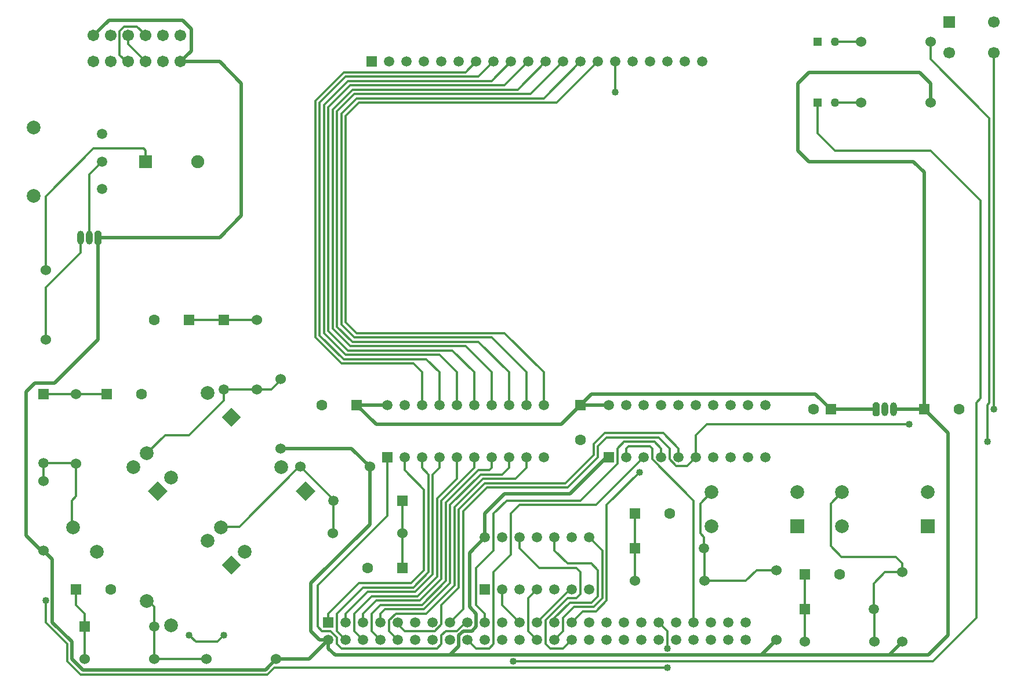
<source format=gbr>
G04 DipTrace 2.4.0.2*
%INTop.gbr*%
%MOIN*%
%ADD13C,0.02*%
%ADD14C,0.013*%
%ADD18C,0.063*%
%ADD19R,0.063X0.063*%
%ADD20R,0.0591X0.0591*%
%ADD21C,0.0591*%
%ADD22C,0.05*%
%ADD23R,0.05X0.05*%
%ADD25R,0.0748X0.0748*%
%ADD26C,0.0748*%
%ADD27O,0.0394X0.0787*%
%ADD28C,0.06*%
%ADD29C,0.06*%
%ADD30C,0.0787*%
%ADD31R,0.0787X0.0787*%
%ADD32R,0.0669X0.0669*%
%ADD33C,0.0669*%
%ADD34C,0.067*%
%ADD35C,0.04*%
%FSLAX44Y44*%
G04*
G70*
G90*
G75*
G01*
%LNTop*%
%LPD*%
X15000Y1375D2*
D13*
X16875D1*
X18000Y2500D1*
X15000Y1375D2*
X14375Y750D1*
X3875D1*
X3250Y1375D1*
Y2375D1*
X2125Y3500D1*
Y7125D1*
X1625Y7625D1*
X1500D1*
X625Y8500D1*
Y16750D1*
X1125Y17250D1*
X2250D1*
X4750Y19750D1*
Y25625D1*
X52250Y15750D2*
X50500D1*
X43750Y2500D2*
X42875Y1625D1*
X25000D1*
X18375D1*
X18000Y2000D1*
Y2500D1*
X42875Y1625D2*
X50250D1*
X51000Y2375D1*
X18000Y2500D2*
X17500D1*
X17000Y3000D1*
Y5750D1*
X20375Y9125D1*
Y12437D1*
X19312Y13500D1*
X15250D1*
X4500Y37240D2*
X5385Y38125D1*
X9625D1*
X10125Y37625D1*
Y36365D1*
X9500Y35740D1*
X50250Y1625D2*
X52500D1*
X53625Y2750D1*
Y14375D1*
X52250Y15750D1*
X27000Y8375D2*
Y9750D1*
X28125Y10875D1*
X31875D1*
X34000Y13000D1*
X34125D1*
X25000Y1625D2*
X25500Y2125D1*
Y2750D1*
X25750Y3000D1*
X26250D1*
X26500Y3250D1*
Y4000D1*
X26125Y4375D1*
Y7500D1*
X27000Y8375D1*
X52250Y15750D2*
Y29375D1*
X51625Y30000D1*
X45625D1*
X45000Y30625D1*
Y34500D1*
X45625Y35125D1*
X52000D1*
X52625Y34500D1*
Y33375D1*
X4750Y25625D2*
X11750D1*
X13000Y26875D1*
Y34500D1*
X11750Y35750D1*
X9510D1*
X9500Y35740D1*
X22000Y3500D2*
D14*
Y3375D1*
X22375Y3000D1*
X24125D1*
X24500Y3375D1*
Y4500D1*
X25500Y5500D1*
Y10000D1*
X27000Y11500D1*
X31625D1*
X33250Y13125D1*
Y13750D1*
X33875Y14375D1*
X37250D1*
X38125Y13500D1*
Y13000D1*
X35625Y5875D2*
Y7750D1*
Y9750D2*
Y7750D1*
X39625Y5875D2*
Y7726D1*
X39601Y7750D1*
X39625Y5875D2*
X42000D1*
X42625Y6500D1*
X43750D1*
X39601Y7750D2*
Y8399D1*
X39375Y8625D1*
Y10320D1*
X40039Y10984D1*
X3750Y25625D2*
Y24750D1*
X1750Y22750D1*
Y19750D1*
X4250Y25625D2*
Y29250D1*
X5000Y30000D1*
X45375Y6250D2*
Y4250D1*
Y2375D1*
X49375D2*
Y4226D1*
X49351Y4250D1*
Y5726D1*
X50000Y6375D1*
X51000D1*
Y6875D1*
X50625Y7250D1*
X47500D1*
X46875Y7875D1*
Y10320D1*
X47539Y10984D1*
X22375Y13000D2*
Y12250D1*
X23500Y11125D1*
Y6500D1*
X22750Y5750D1*
X19750D1*
X18000Y4000D1*
Y3500D1*
X23375Y13000D2*
Y12375D1*
X23750Y12000D1*
Y6375D1*
X22875Y5500D1*
X20000D1*
X18500Y4000D1*
Y3000D1*
X19000Y2500D1*
X24375Y13000D2*
Y12375D1*
X24000Y12000D1*
Y6250D1*
X23000Y5250D1*
X20250D1*
X19000Y4000D1*
Y3500D1*
X20000Y2500D2*
X19500Y3000D1*
Y4000D1*
X20500Y5000D1*
X23125D1*
X24250Y6125D1*
Y10625D1*
X25375Y11750D1*
Y13000D1*
X20000Y3500D2*
Y4000D1*
X20750Y4750D1*
X23250D1*
X24500Y6000D1*
Y10500D1*
X26375Y12375D1*
Y13000D1*
X21000Y2500D2*
X20500Y3000D1*
Y4000D1*
X21000Y4500D1*
X23375D1*
X24750Y5875D1*
Y10375D1*
X26625Y12250D1*
X27250D1*
X27375Y12375D1*
Y13000D1*
X21000Y3500D2*
Y4000D1*
X21250Y4250D1*
X23500D1*
X25000Y5750D1*
Y10250D1*
X26750Y12000D1*
X28000D1*
X28375Y12375D1*
Y13000D1*
X22000Y2500D2*
X21500Y3000D1*
Y3625D1*
X21875Y4000D1*
X23625D1*
X25250Y5625D1*
Y10125D1*
X26875Y11750D1*
X28750D1*
X29375Y12375D1*
Y13000D1*
X34500Y34000D2*
Y35750D1*
X24375Y16000D2*
Y17875D1*
X23625Y18625D1*
X18875D1*
X17500Y20000D1*
Y33375D1*
X19000Y34875D1*
X26625D1*
X27500Y35750D1*
X25375Y16000D2*
Y17875D1*
X24375Y18875D1*
X19000D1*
X17750Y20125D1*
Y33250D1*
X19125Y34625D1*
X27375D1*
X28500Y35750D1*
X26375Y16000D2*
Y17875D1*
X25125Y19125D1*
X19125D1*
X18000Y20250D1*
Y33125D1*
X19250Y34375D1*
X28125D1*
X29500Y35750D1*
X27375Y16000D2*
Y17875D1*
X25875Y19375D1*
X19250D1*
X18250Y20375D1*
Y33000D1*
X19375Y34125D1*
X28875D1*
X30500Y35750D1*
X28375Y16000D2*
Y17875D1*
X26625Y19625D1*
X19375D1*
X18500Y20500D1*
Y32875D1*
X19500Y33875D1*
X29625D1*
X31500Y35750D1*
X29375Y16000D2*
Y17875D1*
X27375Y19875D1*
X19500D1*
X18750Y20625D1*
Y32750D1*
X19625Y33625D1*
X30375D1*
X32500Y35750D1*
X30375Y16000D2*
Y17875D1*
X28125Y20125D1*
X19625D1*
X19000Y20750D1*
Y32625D1*
X19750Y33375D1*
X31125D1*
X33500Y35750D1*
X23375Y16000D2*
Y17875D1*
X22875Y18375D1*
X18750D1*
X17250Y19875D1*
Y33500D1*
X18875Y35125D1*
X25875D1*
X26500Y35750D1*
X39000Y3500D2*
Y10500D1*
X36625Y12875D1*
Y13500D1*
X36500Y13625D1*
X35250D1*
X35125Y13500D1*
Y13000D1*
X3500Y5375D2*
Y4500D1*
X4000Y4000D1*
Y3250D1*
Y1375D1*
X7976Y3250D2*
Y1399D1*
X8000Y1375D1*
X11000D1*
X7976Y3250D2*
Y4399D1*
X7750Y4625D1*
X7483D1*
X7564Y4706D1*
X28625Y1250D2*
X52750D1*
X55250Y3750D1*
Y16125D1*
X55500Y16375D1*
Y27750D1*
X52625Y30625D1*
X47125D1*
X46125Y31625D1*
Y33375D1*
X47120Y36875D2*
X48625D1*
X1625Y16625D2*
X3500D1*
X5250D1*
X1625Y12649D2*
X3476D1*
X3500Y12625D1*
X1625Y12649D2*
Y11625D1*
X3500Y12625D2*
Y10750D1*
X3250Y10500D1*
Y8956D1*
X3314D1*
X26000Y3500D2*
X25875D1*
X25375Y3000D1*
X24750D1*
X24500Y2750D1*
Y2250D1*
X24250Y2000D1*
X18750D1*
X18500Y2250D1*
Y2625D1*
X18125Y3000D1*
X17625D1*
X17375Y3250D1*
Y5625D1*
X21375Y9625D1*
Y13000D1*
X47125Y33375D2*
X48625D1*
X28000Y5375D2*
Y4500D1*
X29000Y3500D1*
X30000Y2500D2*
X29500Y3000D1*
Y4875D1*
X30000Y5375D1*
Y3500D2*
X31875Y5375D1*
X32000D1*
X31000Y2500D2*
X31500Y3000D1*
Y3750D1*
X32125Y4375D1*
X33250D1*
X33750Y4875D1*
Y7625D1*
X33000Y8375D1*
X31000Y3500D2*
Y3750D1*
X31875Y4625D1*
X33125D1*
X33500Y5000D1*
Y6500D1*
X33125Y6875D1*
X31750D1*
X31000Y7625D1*
Y8375D1*
X32000Y2500D2*
X31500Y2000D1*
X30750D1*
X30500Y2250D1*
Y3625D1*
X31750Y4875D1*
X32250D1*
X32500Y5125D1*
Y6375D1*
X32250Y6625D1*
X30125D1*
X29000Y7750D1*
Y8375D1*
X32000Y3500D2*
X32625Y4125D1*
X33375D1*
X34000Y4750D1*
Y10250D1*
X35875Y12125D1*
X55875Y13875D2*
Y16000D1*
X56000Y16125D1*
Y32500D1*
X52625Y35875D1*
Y36875D1*
X6500Y37240D2*
Y36740D1*
X7500Y35740D1*
Y37240D2*
X7635Y37375D1*
X7375D1*
X7000Y37750D1*
X6250D1*
X6000Y37500D1*
Y36125D1*
X6385Y35740D1*
X6500D1*
X37000Y3500D2*
X37500Y3000D1*
Y2000D1*
Y875D2*
X14875D1*
X14500Y500D1*
X3750D1*
X3000Y1250D1*
Y2250D1*
X1750Y3500D1*
Y4750D1*
X27000Y3500D2*
Y4000D1*
X26500Y4500D1*
Y6625D1*
X27500Y7625D1*
Y9750D1*
X28250Y10500D1*
X32500D1*
X34625Y12625D1*
Y13500D1*
X35000Y13875D1*
X36750D1*
X37125Y13500D1*
Y13000D1*
X32500Y16000D2*
D13*
X34125D1*
X19630D2*
X21375D1*
X19630D2*
X20755Y14875D1*
X31375D1*
X32500Y16000D1*
X46875Y15750D2*
X49500D1*
X46875D2*
X46000Y16625D1*
X33125D1*
X32500Y16000D1*
X25000Y3500D2*
D14*
X25750Y4250D1*
Y9875D1*
X27125Y11250D1*
X31750D1*
X33500Y13000D1*
Y13625D1*
X34000Y14125D1*
X37000D1*
X37625Y13500D1*
Y12875D1*
X38000Y12500D1*
X38625D1*
X39125Y13000D1*
Y14250D1*
X39750Y14875D1*
X51375D1*
X56250Y15750D2*
Y36250D1*
X22250Y10500D2*
Y8625D1*
Y6625D1*
X16375Y12437D2*
X18274Y10539D1*
Y10500D1*
X11814Y8956D2*
Y9000D1*
X12875D1*
X16312Y12437D1*
X16375D1*
X18274Y10500D2*
Y8649D1*
X18250Y8625D1*
X26000Y2500D2*
X26500Y2000D1*
X27250D1*
X27500Y2250D1*
Y6375D1*
X28500Y7375D1*
Y9750D1*
X29000Y10250D1*
X33375D1*
X36125Y13000D1*
X1750Y23750D2*
Y28000D1*
X4500Y30750D1*
X7375D1*
X7504Y30621D1*
Y30000D1*
X10000Y20875D2*
X12000D1*
X13875D1*
X12000Y2750D2*
X11625Y2375D1*
X10375D1*
X10000Y2750D1*
X12000Y16899D2*
X13851D1*
X13875Y16875D1*
X12000Y16899D2*
Y16250D1*
X10000Y14250D1*
X8608D1*
X7564Y13206D1*
X13875Y16875D2*
X14718D1*
X15250Y17407D1*
Y17500D1*
D35*
X34500Y34000D3*
X28625Y1250D3*
X35875Y12125D3*
X55875Y13875D3*
X37500Y2000D3*
Y875D3*
X1750Y4750D3*
X51375Y14875D3*
X56250Y15750D3*
X12000Y2750D3*
X10000D3*
D18*
X8000Y20875D3*
D19*
X10000D3*
D18*
X5500Y5375D3*
D19*
X3500D3*
D18*
X7250Y16625D3*
D19*
X5250D3*
D18*
X20250Y6625D3*
D19*
X22250D3*
D18*
X37625Y9750D3*
D19*
X35625D3*
D18*
X47375Y6250D3*
D19*
X45375D3*
D18*
X45875Y15750D3*
D19*
X46875D3*
D18*
X54250D3*
D19*
X52250D3*
D18*
X17630Y16000D3*
D19*
X19630D3*
D18*
X32500Y14000D3*
D19*
Y16000D3*
D20*
X12000Y20875D3*
D21*
Y16899D3*
D20*
X4000Y3250D3*
D21*
X7976D3*
D20*
X1625Y16625D3*
D21*
Y12649D3*
D20*
X22250Y10500D3*
D21*
X18274D3*
D20*
X35625Y7750D3*
D21*
X39601D3*
D20*
X45375Y4250D3*
D21*
X49351D3*
D22*
X47120Y36875D3*
D23*
X46120D3*
D22*
X47125Y33375D3*
D23*
X46125D3*
D20*
X18000Y3500D3*
D21*
Y2500D3*
X19000Y3500D3*
Y2500D3*
X20000Y3500D3*
Y2500D3*
X21000Y3500D3*
Y2500D3*
X22000Y3500D3*
Y2500D3*
X23000Y3500D3*
Y2500D3*
X24000Y3500D3*
Y2500D3*
X25000Y3500D3*
Y2500D3*
X26000Y3500D3*
Y2500D3*
X27000Y3500D3*
Y2500D3*
X28000Y3500D3*
Y2500D3*
X29000Y3500D3*
Y2500D3*
X30000Y3500D3*
Y2500D3*
X31000Y3500D3*
Y2500D3*
X32000Y3500D3*
Y2500D3*
X33000Y3500D3*
Y2500D3*
X34000Y3500D3*
Y2500D3*
X35000Y3500D3*
Y2500D3*
X36000Y3500D3*
Y2500D3*
X37000Y3500D3*
Y2500D3*
X38000Y3500D3*
Y2500D3*
X39000Y3500D3*
Y2500D3*
X40000Y3500D3*
Y2500D3*
X41000Y3500D3*
Y2500D3*
X42000Y3500D3*
Y2500D3*
D20*
X20500Y35750D3*
D21*
X21500D3*
X22500D3*
X23500D3*
X24500D3*
X25500D3*
X26500D3*
X27500D3*
X28500D3*
X29500D3*
X30500D3*
X31500D3*
X32500D3*
X33500D3*
X34500D3*
X35500D3*
X36500D3*
X37500D3*
X38500D3*
X39500D3*
D25*
X7504Y30000D3*
D26*
X10496D3*
G36*
X4947Y25920D2*
X4848Y26019D1*
X4652D1*
X4553Y25920D1*
Y25330D1*
X4652Y25231D1*
X4848D1*
X4947Y25330D1*
Y25920D1*
G37*
D27*
X4250Y25625D3*
X3750D3*
D28*
X15250Y13500D3*
D29*
Y17500D3*
D28*
X13875Y20875D3*
D29*
Y16875D3*
D28*
X15000Y1375D3*
D29*
X11000D3*
D28*
X4000D3*
D29*
X8000D3*
D28*
X1625Y7625D3*
D29*
Y11625D3*
D28*
X3500Y16625D3*
D29*
Y12625D3*
D28*
X20375Y12437D3*
D29*
X16375D3*
D28*
X22250Y8625D3*
D29*
X18250D3*
D28*
X43750Y2500D3*
D29*
Y6500D3*
D28*
X35625Y5875D3*
D29*
X39625D3*
D28*
X51000Y2375D3*
D29*
Y6375D3*
D28*
X45375Y2375D3*
D29*
X49375D3*
D28*
X48625Y33375D3*
D29*
X52625D3*
D28*
X48625Y36875D3*
D29*
X52625D3*
D28*
X1750Y19750D3*
D29*
Y23750D3*
D21*
X5000Y31575D3*
Y30000D3*
Y28425D3*
D30*
X1063Y31969D3*
Y28031D3*
G36*
X12993Y15294D2*
X12436Y14737D1*
X11879Y15294D1*
X12436Y15851D1*
X12993Y15294D1*
G37*
D30*
X8956Y11814D3*
X11044Y16686D3*
X7564Y13206D3*
G36*
X12993Y6794D2*
X12436Y6237D1*
X11879Y6794D1*
X12436Y7351D1*
X12993Y6794D1*
G37*
D30*
X8956Y3314D3*
X11044Y8186D3*
X7564Y4706D3*
G36*
X8743Y11044D2*
X8186Y10487D1*
X7629Y11044D1*
X8186Y11601D1*
X8743Y11044D1*
G37*
D30*
X4706Y7564D3*
X6794Y12436D3*
X3314Y8956D3*
G36*
X17243Y11044D2*
X16686Y10487D1*
X16129Y11044D1*
X16686Y11601D1*
X17243Y11044D1*
G37*
D30*
X13206Y7564D3*
X15294Y12436D3*
X11814Y8956D3*
D31*
X44961Y9016D3*
D30*
X40039D3*
X44961Y10984D3*
X40039D3*
D31*
X52461Y9016D3*
D30*
X47539D3*
X52461Y10984D3*
X47539D3*
D32*
X53691Y38022D3*
D33*
Y36250D3*
X56250D3*
Y38022D3*
D20*
X27000Y5375D3*
D21*
X28000D3*
X29000D3*
X30000D3*
X31000D3*
X32000D3*
X33000D3*
Y8375D3*
X32000D3*
X31000D3*
X30000D3*
X29000D3*
X28000D3*
X27000D3*
D34*
X9500Y37240D3*
X8500D3*
X7500D3*
X6500D3*
X5500D3*
X4500D3*
X9500Y35740D3*
X8500D3*
X7500D3*
X6500D3*
X5500D3*
X4500D3*
D20*
X21375Y13000D3*
D21*
X22375D3*
X23375D3*
X24375D3*
X25375D3*
X26375D3*
X27375D3*
X28375D3*
X29375D3*
X30375D3*
X21375Y16000D3*
X22375D3*
X23375D3*
X24375D3*
X25375D3*
X26375D3*
X27375D3*
X28375D3*
X29375D3*
X30375D3*
D20*
X34125Y13000D3*
D21*
X35125D3*
X36125D3*
X37125D3*
X38125D3*
X39125D3*
X40125D3*
X41125D3*
X42125D3*
X43125D3*
X34125Y16000D3*
X35125D3*
X36125D3*
X37125D3*
X38125D3*
X39125D3*
X40125D3*
X41125D3*
X42125D3*
X43125D3*
G36*
X49303Y15455D2*
X49402Y15356D1*
X49598D1*
X49697Y15455D1*
Y16045D1*
X49598Y16144D1*
X49402D1*
X49303Y16045D1*
Y15455D1*
G37*
D27*
X50000Y15750D3*
X50500D3*
M02*

</source>
